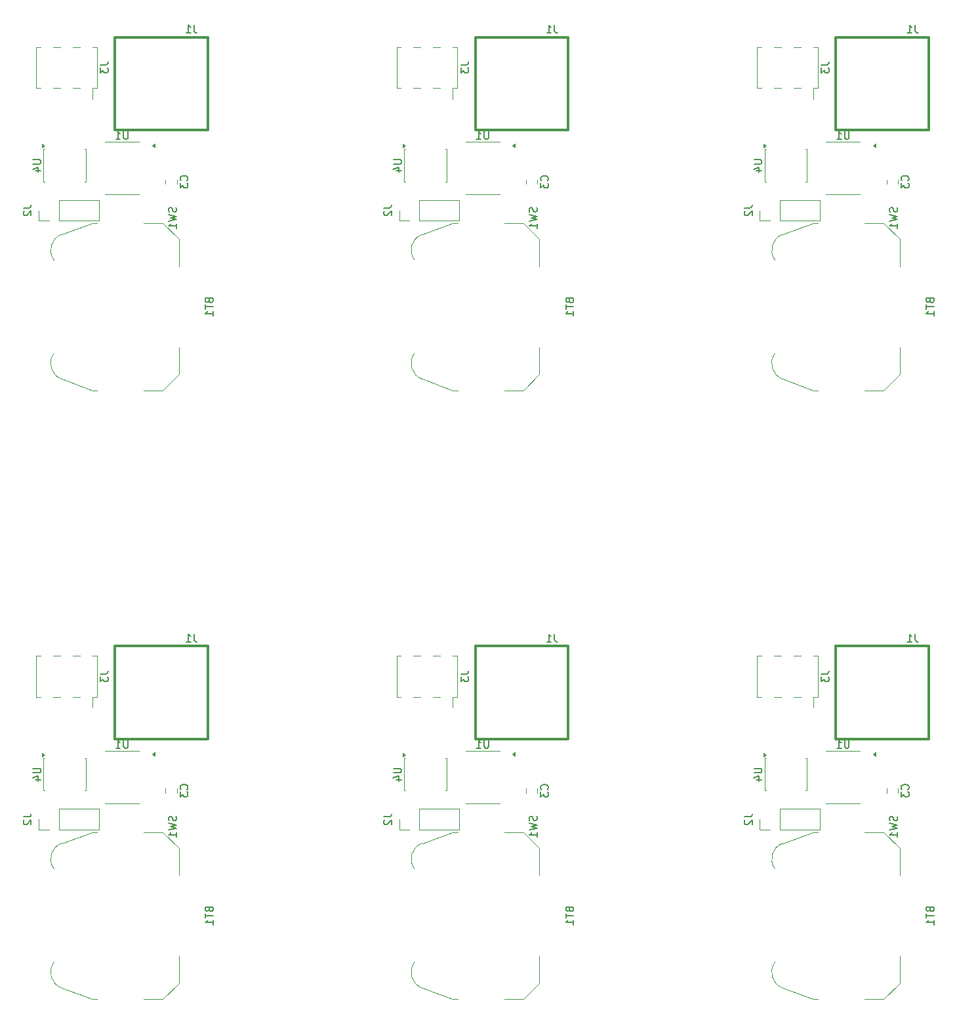
<source format=gbr>
%TF.GenerationSoftware,KiCad,Pcbnew,9.0.3*%
%TF.CreationDate,2025-07-23T15:56:11-05:00*%
%TF.ProjectId,panel,70616e65-6c2e-46b6-9963-61645f706362,rev?*%
%TF.SameCoordinates,Original*%
%TF.FileFunction,Legend,Bot*%
%TF.FilePolarity,Positive*%
%FSLAX46Y46*%
G04 Gerber Fmt 4.6, Leading zero omitted, Abs format (unit mm)*
G04 Created by KiCad (PCBNEW 9.0.3) date 2025-07-23 15:56:11*
%MOMM*%
%LPD*%
G01*
G04 APERTURE LIST*
%ADD10C,0.150000*%
%ADD11C,0.120000*%
%ADD12C,0.304800*%
G04 APERTURE END LIST*
D10*
X110878570Y-164584619D02*
X110926189Y-164727476D01*
X110926189Y-164727476D02*
X110973808Y-164775095D01*
X110973808Y-164775095D02*
X111069046Y-164822714D01*
X111069046Y-164822714D02*
X111211903Y-164822714D01*
X111211903Y-164822714D02*
X111307141Y-164775095D01*
X111307141Y-164775095D02*
X111354761Y-164727476D01*
X111354761Y-164727476D02*
X111402380Y-164632238D01*
X111402380Y-164632238D02*
X111402380Y-164251286D01*
X111402380Y-164251286D02*
X110402380Y-164251286D01*
X110402380Y-164251286D02*
X110402380Y-164584619D01*
X110402380Y-164584619D02*
X110449999Y-164679857D01*
X110449999Y-164679857D02*
X110497618Y-164727476D01*
X110497618Y-164727476D02*
X110592856Y-164775095D01*
X110592856Y-164775095D02*
X110688094Y-164775095D01*
X110688094Y-164775095D02*
X110783332Y-164727476D01*
X110783332Y-164727476D02*
X110830951Y-164679857D01*
X110830951Y-164679857D02*
X110878570Y-164584619D01*
X110878570Y-164584619D02*
X110878570Y-164251286D01*
X110402380Y-165108429D02*
X110402380Y-165679857D01*
X111402380Y-165394143D02*
X110402380Y-165394143D01*
X111402380Y-166537000D02*
X111402380Y-165965572D01*
X111402380Y-166251286D02*
X110402380Y-166251286D01*
X110402380Y-166251286D02*
X110545237Y-166156048D01*
X110545237Y-166156048D02*
X110640475Y-166060810D01*
X110640475Y-166060810D02*
X110688094Y-165965572D01*
X143389706Y-134197000D02*
X144103991Y-134197000D01*
X144103991Y-134197000D02*
X144246848Y-134149381D01*
X144246848Y-134149381D02*
X144342087Y-134054143D01*
X144342087Y-134054143D02*
X144389706Y-133911286D01*
X144389706Y-133911286D02*
X144389706Y-133816048D01*
X143389706Y-134577953D02*
X143389706Y-135197000D01*
X143389706Y-135197000D02*
X143770658Y-134863667D01*
X143770658Y-134863667D02*
X143770658Y-135006524D01*
X143770658Y-135006524D02*
X143818277Y-135101762D01*
X143818277Y-135101762D02*
X143865896Y-135149381D01*
X143865896Y-135149381D02*
X143961134Y-135197000D01*
X143961134Y-135197000D02*
X144199229Y-135197000D01*
X144199229Y-135197000D02*
X144294467Y-135149381D01*
X144294467Y-135149381D02*
X144342087Y-135101762D01*
X144342087Y-135101762D02*
X144389706Y-135006524D01*
X144389706Y-135006524D02*
X144389706Y-134720810D01*
X144389706Y-134720810D02*
X144342087Y-134625572D01*
X144342087Y-134625572D02*
X144294467Y-134577953D01*
X193499117Y-64219722D02*
X193499117Y-65029245D01*
X193499117Y-65029245D02*
X193451498Y-65124483D01*
X193451498Y-65124483D02*
X193403879Y-65172103D01*
X193403879Y-65172103D02*
X193308641Y-65219722D01*
X193308641Y-65219722D02*
X193118165Y-65219722D01*
X193118165Y-65219722D02*
X193022927Y-65172103D01*
X193022927Y-65172103D02*
X192975308Y-65124483D01*
X192975308Y-65124483D02*
X192927689Y-65029245D01*
X192927689Y-65029245D02*
X192927689Y-64219722D01*
X191927689Y-65219722D02*
X192499117Y-65219722D01*
X192213403Y-65219722D02*
X192213403Y-64219722D01*
X192213403Y-64219722D02*
X192308641Y-64362579D01*
X192308641Y-64362579D02*
X192403879Y-64457817D01*
X192403879Y-64457817D02*
X192499117Y-64505436D01*
X157410896Y-164584619D02*
X157458515Y-164727476D01*
X157458515Y-164727476D02*
X157506134Y-164775095D01*
X157506134Y-164775095D02*
X157601372Y-164822714D01*
X157601372Y-164822714D02*
X157744229Y-164822714D01*
X157744229Y-164822714D02*
X157839467Y-164775095D01*
X157839467Y-164775095D02*
X157887087Y-164727476D01*
X157887087Y-164727476D02*
X157934706Y-164632238D01*
X157934706Y-164632238D02*
X157934706Y-164251286D01*
X157934706Y-164251286D02*
X156934706Y-164251286D01*
X156934706Y-164251286D02*
X156934706Y-164584619D01*
X156934706Y-164584619D02*
X156982325Y-164679857D01*
X156982325Y-164679857D02*
X157029944Y-164727476D01*
X157029944Y-164727476D02*
X157125182Y-164775095D01*
X157125182Y-164775095D02*
X157220420Y-164775095D01*
X157220420Y-164775095D02*
X157315658Y-164727476D01*
X157315658Y-164727476D02*
X157363277Y-164679857D01*
X157363277Y-164679857D02*
X157410896Y-164584619D01*
X157410896Y-164584619D02*
X157410896Y-164251286D01*
X156934706Y-165108429D02*
X156934706Y-165679857D01*
X157934706Y-165394143D02*
X156934706Y-165394143D01*
X157934706Y-166537000D02*
X157934706Y-165965572D01*
X157934706Y-166251286D02*
X156934706Y-166251286D01*
X156934706Y-166251286D02*
X157077563Y-166156048D01*
X157077563Y-166156048D02*
X157172801Y-166060810D01*
X157172801Y-166060810D02*
X157220420Y-165965572D01*
X189922032Y-134197000D02*
X190636317Y-134197000D01*
X190636317Y-134197000D02*
X190779174Y-134149381D01*
X190779174Y-134149381D02*
X190874413Y-134054143D01*
X190874413Y-134054143D02*
X190922032Y-133911286D01*
X190922032Y-133911286D02*
X190922032Y-133816048D01*
X189922032Y-134577953D02*
X189922032Y-135197000D01*
X189922032Y-135197000D02*
X190302984Y-134863667D01*
X190302984Y-134863667D02*
X190302984Y-135006524D01*
X190302984Y-135006524D02*
X190350603Y-135101762D01*
X190350603Y-135101762D02*
X190398222Y-135149381D01*
X190398222Y-135149381D02*
X190493460Y-135197000D01*
X190493460Y-135197000D02*
X190731555Y-135197000D01*
X190731555Y-135197000D02*
X190826793Y-135149381D01*
X190826793Y-135149381D02*
X190874413Y-135101762D01*
X190874413Y-135101762D02*
X190922032Y-135006524D01*
X190922032Y-135006524D02*
X190922032Y-134720810D01*
X190922032Y-134720810D02*
X190874413Y-134625572D01*
X190874413Y-134625572D02*
X190826793Y-134577953D01*
X199694413Y-152572001D02*
X199742032Y-152714858D01*
X199742032Y-152714858D02*
X199742032Y-152952953D01*
X199742032Y-152952953D02*
X199694413Y-153048191D01*
X199694413Y-153048191D02*
X199646793Y-153095810D01*
X199646793Y-153095810D02*
X199551555Y-153143429D01*
X199551555Y-153143429D02*
X199456317Y-153143429D01*
X199456317Y-153143429D02*
X199361079Y-153095810D01*
X199361079Y-153095810D02*
X199313460Y-153048191D01*
X199313460Y-153048191D02*
X199265841Y-152952953D01*
X199265841Y-152952953D02*
X199218222Y-152762477D01*
X199218222Y-152762477D02*
X199170603Y-152667239D01*
X199170603Y-152667239D02*
X199122984Y-152619620D01*
X199122984Y-152619620D02*
X199027746Y-152572001D01*
X199027746Y-152572001D02*
X198932508Y-152572001D01*
X198932508Y-152572001D02*
X198837270Y-152619620D01*
X198837270Y-152619620D02*
X198789651Y-152667239D01*
X198789651Y-152667239D02*
X198742032Y-152762477D01*
X198742032Y-152762477D02*
X198742032Y-153000572D01*
X198742032Y-153000572D02*
X198789651Y-153143429D01*
X198742032Y-153476763D02*
X199742032Y-153714858D01*
X199742032Y-153714858D02*
X199027746Y-153905334D01*
X199027746Y-153905334D02*
X199742032Y-154095810D01*
X199742032Y-154095810D02*
X198742032Y-154333906D01*
X199742032Y-155238667D02*
X199742032Y-154667239D01*
X199742032Y-154952953D02*
X198742032Y-154952953D01*
X198742032Y-154952953D02*
X198884889Y-154857715D01*
X198884889Y-154857715D02*
X198980127Y-154762477D01*
X198980127Y-154762477D02*
X199027746Y-154667239D01*
X203943222Y-164584619D02*
X203990841Y-164727476D01*
X203990841Y-164727476D02*
X204038460Y-164775095D01*
X204038460Y-164775095D02*
X204133698Y-164822714D01*
X204133698Y-164822714D02*
X204276555Y-164822714D01*
X204276555Y-164822714D02*
X204371793Y-164775095D01*
X204371793Y-164775095D02*
X204419413Y-164727476D01*
X204419413Y-164727476D02*
X204467032Y-164632238D01*
X204467032Y-164632238D02*
X204467032Y-164251286D01*
X204467032Y-164251286D02*
X203467032Y-164251286D01*
X203467032Y-164251286D02*
X203467032Y-164584619D01*
X203467032Y-164584619D02*
X203514651Y-164679857D01*
X203514651Y-164679857D02*
X203562270Y-164727476D01*
X203562270Y-164727476D02*
X203657508Y-164775095D01*
X203657508Y-164775095D02*
X203752746Y-164775095D01*
X203752746Y-164775095D02*
X203847984Y-164727476D01*
X203847984Y-164727476D02*
X203895603Y-164679857D01*
X203895603Y-164679857D02*
X203943222Y-164584619D01*
X203943222Y-164584619D02*
X203943222Y-164251286D01*
X203467032Y-165108429D02*
X203467032Y-165679857D01*
X204467032Y-165394143D02*
X203467032Y-165394143D01*
X204467032Y-166537000D02*
X204467032Y-165965572D01*
X204467032Y-166251286D02*
X203467032Y-166251286D01*
X203467032Y-166251286D02*
X203609889Y-166156048D01*
X203609889Y-166156048D02*
X203705127Y-166060810D01*
X203705127Y-166060810D02*
X203752746Y-165965572D01*
X100434465Y-142760153D02*
X100434465Y-143569676D01*
X100434465Y-143569676D02*
X100386846Y-143664914D01*
X100386846Y-143664914D02*
X100339227Y-143712534D01*
X100339227Y-143712534D02*
X100243989Y-143760153D01*
X100243989Y-143760153D02*
X100053513Y-143760153D01*
X100053513Y-143760153D02*
X99958275Y-143712534D01*
X99958275Y-143712534D02*
X99910656Y-143664914D01*
X99910656Y-143664914D02*
X99863037Y-143569676D01*
X99863037Y-143569676D02*
X99863037Y-142760153D01*
X98863037Y-143760153D02*
X99434465Y-143760153D01*
X99148751Y-143760153D02*
X99148751Y-142760153D01*
X99148751Y-142760153D02*
X99243989Y-142903010D01*
X99243989Y-142903010D02*
X99339227Y-142998248D01*
X99339227Y-142998248D02*
X99434465Y-143045867D01*
X203943222Y-86044188D02*
X203990841Y-86187045D01*
X203990841Y-86187045D02*
X204038460Y-86234664D01*
X204038460Y-86234664D02*
X204133698Y-86282283D01*
X204133698Y-86282283D02*
X204276555Y-86282283D01*
X204276555Y-86282283D02*
X204371793Y-86234664D01*
X204371793Y-86234664D02*
X204419413Y-86187045D01*
X204419413Y-86187045D02*
X204467032Y-86091807D01*
X204467032Y-86091807D02*
X204467032Y-85710855D01*
X204467032Y-85710855D02*
X203467032Y-85710855D01*
X203467032Y-85710855D02*
X203467032Y-86044188D01*
X203467032Y-86044188D02*
X203514651Y-86139426D01*
X203514651Y-86139426D02*
X203562270Y-86187045D01*
X203562270Y-86187045D02*
X203657508Y-86234664D01*
X203657508Y-86234664D02*
X203752746Y-86234664D01*
X203752746Y-86234664D02*
X203847984Y-86187045D01*
X203847984Y-86187045D02*
X203895603Y-86139426D01*
X203895603Y-86139426D02*
X203943222Y-86044188D01*
X203943222Y-86044188D02*
X203943222Y-85710855D01*
X203467032Y-86567998D02*
X203467032Y-87139426D01*
X204467032Y-86853712D02*
X203467032Y-86853712D01*
X204467032Y-87996569D02*
X204467032Y-87425141D01*
X204467032Y-87710855D02*
X203467032Y-87710855D01*
X203467032Y-87710855D02*
X203609889Y-87615617D01*
X203609889Y-87615617D02*
X203705127Y-87520379D01*
X203705127Y-87520379D02*
X203752746Y-87425141D01*
X88172380Y-67852998D02*
X88981903Y-67852998D01*
X88981903Y-67852998D02*
X89077141Y-67900617D01*
X89077141Y-67900617D02*
X89124761Y-67948236D01*
X89124761Y-67948236D02*
X89172380Y-68043474D01*
X89172380Y-68043474D02*
X89172380Y-68233950D01*
X89172380Y-68233950D02*
X89124761Y-68329188D01*
X89124761Y-68329188D02*
X89077141Y-68376807D01*
X89077141Y-68376807D02*
X88981903Y-68424426D01*
X88981903Y-68424426D02*
X88172380Y-68424426D01*
X88505713Y-69329188D02*
X89172380Y-69329188D01*
X88124761Y-69091093D02*
X88839046Y-68852998D01*
X88839046Y-68852998D02*
X88839046Y-69472045D01*
X179992032Y-74081569D02*
X180706317Y-74081569D01*
X180706317Y-74081569D02*
X180849174Y-74033950D01*
X180849174Y-74033950D02*
X180944413Y-73938712D01*
X180944413Y-73938712D02*
X180992032Y-73795855D01*
X180992032Y-73795855D02*
X180992032Y-73700617D01*
X180087270Y-74510141D02*
X180039651Y-74557760D01*
X180039651Y-74557760D02*
X179992032Y-74652998D01*
X179992032Y-74652998D02*
X179992032Y-74891093D01*
X179992032Y-74891093D02*
X180039651Y-74986331D01*
X180039651Y-74986331D02*
X180087270Y-75033950D01*
X180087270Y-75033950D02*
X180182508Y-75081569D01*
X180182508Y-75081569D02*
X180277746Y-75081569D01*
X180277746Y-75081569D02*
X180420603Y-75033950D01*
X180420603Y-75033950D02*
X180992032Y-74462522D01*
X180992032Y-74462522D02*
X180992032Y-75081569D01*
X155488220Y-129060153D02*
X155488220Y-129774438D01*
X155488220Y-129774438D02*
X155535839Y-129917295D01*
X155535839Y-129917295D02*
X155631077Y-130012534D01*
X155631077Y-130012534D02*
X155773934Y-130060153D01*
X155773934Y-130060153D02*
X155869172Y-130060153D01*
X154488220Y-130060153D02*
X155059648Y-130060153D01*
X154773934Y-130060153D02*
X154773934Y-129060153D01*
X154773934Y-129060153D02*
X154869172Y-129203010D01*
X154869172Y-129203010D02*
X154964410Y-129298248D01*
X154964410Y-129298248D02*
X155059648Y-129345867D01*
X154594467Y-149088667D02*
X154642087Y-149041048D01*
X154642087Y-149041048D02*
X154689706Y-148898191D01*
X154689706Y-148898191D02*
X154689706Y-148802953D01*
X154689706Y-148802953D02*
X154642087Y-148660096D01*
X154642087Y-148660096D02*
X154546848Y-148564858D01*
X154546848Y-148564858D02*
X154451610Y-148517239D01*
X154451610Y-148517239D02*
X154261134Y-148469620D01*
X154261134Y-148469620D02*
X154118277Y-148469620D01*
X154118277Y-148469620D02*
X153927801Y-148517239D01*
X153927801Y-148517239D02*
X153832563Y-148564858D01*
X153832563Y-148564858D02*
X153737325Y-148660096D01*
X153737325Y-148660096D02*
X153689706Y-148802953D01*
X153689706Y-148802953D02*
X153689706Y-148898191D01*
X153689706Y-148898191D02*
X153737325Y-149041048D01*
X153737325Y-149041048D02*
X153784944Y-149088667D01*
X153689706Y-149422001D02*
X153689706Y-150041048D01*
X153689706Y-150041048D02*
X154070658Y-149707715D01*
X154070658Y-149707715D02*
X154070658Y-149850572D01*
X154070658Y-149850572D02*
X154118277Y-149945810D01*
X154118277Y-149945810D02*
X154165896Y-149993429D01*
X154165896Y-149993429D02*
X154261134Y-150041048D01*
X154261134Y-150041048D02*
X154499229Y-150041048D01*
X154499229Y-150041048D02*
X154594467Y-149993429D01*
X154594467Y-149993429D02*
X154642087Y-149945810D01*
X154642087Y-149945810D02*
X154689706Y-149850572D01*
X154689706Y-149850572D02*
X154689706Y-149564858D01*
X154689706Y-149564858D02*
X154642087Y-149469620D01*
X154642087Y-149469620D02*
X154594467Y-149422001D01*
X96857380Y-55656569D02*
X97571665Y-55656569D01*
X97571665Y-55656569D02*
X97714522Y-55608950D01*
X97714522Y-55608950D02*
X97809761Y-55513712D01*
X97809761Y-55513712D02*
X97857380Y-55370855D01*
X97857380Y-55370855D02*
X97857380Y-55275617D01*
X96857380Y-56037522D02*
X96857380Y-56656569D01*
X96857380Y-56656569D02*
X97238332Y-56323236D01*
X97238332Y-56323236D02*
X97238332Y-56466093D01*
X97238332Y-56466093D02*
X97285951Y-56561331D01*
X97285951Y-56561331D02*
X97333570Y-56608950D01*
X97333570Y-56608950D02*
X97428808Y-56656569D01*
X97428808Y-56656569D02*
X97666903Y-56656569D01*
X97666903Y-56656569D02*
X97762141Y-56608950D01*
X97762141Y-56608950D02*
X97809761Y-56561331D01*
X97809761Y-56561331D02*
X97857380Y-56466093D01*
X97857380Y-56466093D02*
X97857380Y-56180379D01*
X97857380Y-56180379D02*
X97809761Y-56085141D01*
X97809761Y-56085141D02*
X97762141Y-56037522D01*
X108955894Y-50519722D02*
X108955894Y-51234007D01*
X108955894Y-51234007D02*
X109003513Y-51376864D01*
X109003513Y-51376864D02*
X109098751Y-51472103D01*
X109098751Y-51472103D02*
X109241608Y-51519722D01*
X109241608Y-51519722D02*
X109336846Y-51519722D01*
X107955894Y-51519722D02*
X108527322Y-51519722D01*
X108241608Y-51519722D02*
X108241608Y-50519722D01*
X108241608Y-50519722D02*
X108336846Y-50662579D01*
X108336846Y-50662579D02*
X108432084Y-50757817D01*
X108432084Y-50757817D02*
X108527322Y-50805436D01*
X108955894Y-129060153D02*
X108955894Y-129774438D01*
X108955894Y-129774438D02*
X109003513Y-129917295D01*
X109003513Y-129917295D02*
X109098751Y-130012534D01*
X109098751Y-130012534D02*
X109241608Y-130060153D01*
X109241608Y-130060153D02*
X109336846Y-130060153D01*
X107955894Y-130060153D02*
X108527322Y-130060153D01*
X108241608Y-130060153D02*
X108241608Y-129060153D01*
X108241608Y-129060153D02*
X108336846Y-129203010D01*
X108336846Y-129203010D02*
X108432084Y-129298248D01*
X108432084Y-129298248D02*
X108527322Y-129345867D01*
X153162087Y-74031570D02*
X153209706Y-74174427D01*
X153209706Y-74174427D02*
X153209706Y-74412522D01*
X153209706Y-74412522D02*
X153162087Y-74507760D01*
X153162087Y-74507760D02*
X153114467Y-74555379D01*
X153114467Y-74555379D02*
X153019229Y-74602998D01*
X153019229Y-74602998D02*
X152923991Y-74602998D01*
X152923991Y-74602998D02*
X152828753Y-74555379D01*
X152828753Y-74555379D02*
X152781134Y-74507760D01*
X152781134Y-74507760D02*
X152733515Y-74412522D01*
X152733515Y-74412522D02*
X152685896Y-74222046D01*
X152685896Y-74222046D02*
X152638277Y-74126808D01*
X152638277Y-74126808D02*
X152590658Y-74079189D01*
X152590658Y-74079189D02*
X152495420Y-74031570D01*
X152495420Y-74031570D02*
X152400182Y-74031570D01*
X152400182Y-74031570D02*
X152304944Y-74079189D01*
X152304944Y-74079189D02*
X152257325Y-74126808D01*
X152257325Y-74126808D02*
X152209706Y-74222046D01*
X152209706Y-74222046D02*
X152209706Y-74460141D01*
X152209706Y-74460141D02*
X152257325Y-74602998D01*
X152209706Y-74936332D02*
X153209706Y-75174427D01*
X153209706Y-75174427D02*
X152495420Y-75364903D01*
X152495420Y-75364903D02*
X153209706Y-75555379D01*
X153209706Y-75555379D02*
X152209706Y-75793475D01*
X153209706Y-76698236D02*
X153209706Y-76126808D01*
X153209706Y-76412522D02*
X152209706Y-76412522D01*
X152209706Y-76412522D02*
X152352563Y-76317284D01*
X152352563Y-76317284D02*
X152447801Y-76222046D01*
X152447801Y-76222046D02*
X152495420Y-76126808D01*
X201126793Y-149088667D02*
X201174413Y-149041048D01*
X201174413Y-149041048D02*
X201222032Y-148898191D01*
X201222032Y-148898191D02*
X201222032Y-148802953D01*
X201222032Y-148802953D02*
X201174413Y-148660096D01*
X201174413Y-148660096D02*
X201079174Y-148564858D01*
X201079174Y-148564858D02*
X200983936Y-148517239D01*
X200983936Y-148517239D02*
X200793460Y-148469620D01*
X200793460Y-148469620D02*
X200650603Y-148469620D01*
X200650603Y-148469620D02*
X200460127Y-148517239D01*
X200460127Y-148517239D02*
X200364889Y-148564858D01*
X200364889Y-148564858D02*
X200269651Y-148660096D01*
X200269651Y-148660096D02*
X200222032Y-148802953D01*
X200222032Y-148802953D02*
X200222032Y-148898191D01*
X200222032Y-148898191D02*
X200269651Y-149041048D01*
X200269651Y-149041048D02*
X200317270Y-149088667D01*
X200222032Y-149422001D02*
X200222032Y-150041048D01*
X200222032Y-150041048D02*
X200602984Y-149707715D01*
X200602984Y-149707715D02*
X200602984Y-149850572D01*
X200602984Y-149850572D02*
X200650603Y-149945810D01*
X200650603Y-149945810D02*
X200698222Y-149993429D01*
X200698222Y-149993429D02*
X200793460Y-150041048D01*
X200793460Y-150041048D02*
X201031555Y-150041048D01*
X201031555Y-150041048D02*
X201126793Y-149993429D01*
X201126793Y-149993429D02*
X201174413Y-149945810D01*
X201174413Y-149945810D02*
X201222032Y-149850572D01*
X201222032Y-149850572D02*
X201222032Y-149564858D01*
X201222032Y-149564858D02*
X201174413Y-149469620D01*
X201174413Y-149469620D02*
X201126793Y-149422001D01*
X155488220Y-50519722D02*
X155488220Y-51234007D01*
X155488220Y-51234007D02*
X155535839Y-51376864D01*
X155535839Y-51376864D02*
X155631077Y-51472103D01*
X155631077Y-51472103D02*
X155773934Y-51519722D01*
X155773934Y-51519722D02*
X155869172Y-51519722D01*
X154488220Y-51519722D02*
X155059648Y-51519722D01*
X154773934Y-51519722D02*
X154773934Y-50519722D01*
X154773934Y-50519722D02*
X154869172Y-50662579D01*
X154869172Y-50662579D02*
X154964410Y-50757817D01*
X154964410Y-50757817D02*
X155059648Y-50805436D01*
X108062141Y-149088667D02*
X108109761Y-149041048D01*
X108109761Y-149041048D02*
X108157380Y-148898191D01*
X108157380Y-148898191D02*
X108157380Y-148802953D01*
X108157380Y-148802953D02*
X108109761Y-148660096D01*
X108109761Y-148660096D02*
X108014522Y-148564858D01*
X108014522Y-148564858D02*
X107919284Y-148517239D01*
X107919284Y-148517239D02*
X107728808Y-148469620D01*
X107728808Y-148469620D02*
X107585951Y-148469620D01*
X107585951Y-148469620D02*
X107395475Y-148517239D01*
X107395475Y-148517239D02*
X107300237Y-148564858D01*
X107300237Y-148564858D02*
X107204999Y-148660096D01*
X107204999Y-148660096D02*
X107157380Y-148802953D01*
X107157380Y-148802953D02*
X107157380Y-148898191D01*
X107157380Y-148898191D02*
X107204999Y-149041048D01*
X107204999Y-149041048D02*
X107252618Y-149088667D01*
X107157380Y-149422001D02*
X107157380Y-150041048D01*
X107157380Y-150041048D02*
X107538332Y-149707715D01*
X107538332Y-149707715D02*
X107538332Y-149850572D01*
X107538332Y-149850572D02*
X107585951Y-149945810D01*
X107585951Y-149945810D02*
X107633570Y-149993429D01*
X107633570Y-149993429D02*
X107728808Y-150041048D01*
X107728808Y-150041048D02*
X107966903Y-150041048D01*
X107966903Y-150041048D02*
X108062141Y-149993429D01*
X108062141Y-149993429D02*
X108109761Y-149945810D01*
X108109761Y-149945810D02*
X108157380Y-149850572D01*
X108157380Y-149850572D02*
X108157380Y-149564858D01*
X108157380Y-149564858D02*
X108109761Y-149469620D01*
X108109761Y-149469620D02*
X108062141Y-149422001D01*
X100434465Y-64219722D02*
X100434465Y-65029245D01*
X100434465Y-65029245D02*
X100386846Y-65124483D01*
X100386846Y-65124483D02*
X100339227Y-65172103D01*
X100339227Y-65172103D02*
X100243989Y-65219722D01*
X100243989Y-65219722D02*
X100053513Y-65219722D01*
X100053513Y-65219722D02*
X99958275Y-65172103D01*
X99958275Y-65172103D02*
X99910656Y-65124483D01*
X99910656Y-65124483D02*
X99863037Y-65029245D01*
X99863037Y-65029245D02*
X99863037Y-64219722D01*
X98863037Y-65219722D02*
X99434465Y-65219722D01*
X99148751Y-65219722D02*
X99148751Y-64219722D01*
X99148751Y-64219722D02*
X99243989Y-64362579D01*
X99243989Y-64362579D02*
X99339227Y-64457817D01*
X99339227Y-64457817D02*
X99434465Y-64505436D01*
X133459706Y-74081569D02*
X134173991Y-74081569D01*
X134173991Y-74081569D02*
X134316848Y-74033950D01*
X134316848Y-74033950D02*
X134412087Y-73938712D01*
X134412087Y-73938712D02*
X134459706Y-73795855D01*
X134459706Y-73795855D02*
X134459706Y-73700617D01*
X133554944Y-74510141D02*
X133507325Y-74557760D01*
X133507325Y-74557760D02*
X133459706Y-74652998D01*
X133459706Y-74652998D02*
X133459706Y-74891093D01*
X133459706Y-74891093D02*
X133507325Y-74986331D01*
X133507325Y-74986331D02*
X133554944Y-75033950D01*
X133554944Y-75033950D02*
X133650182Y-75081569D01*
X133650182Y-75081569D02*
X133745420Y-75081569D01*
X133745420Y-75081569D02*
X133888277Y-75033950D01*
X133888277Y-75033950D02*
X134459706Y-74462522D01*
X134459706Y-74462522D02*
X134459706Y-75081569D01*
X154594467Y-70548236D02*
X154642087Y-70500617D01*
X154642087Y-70500617D02*
X154689706Y-70357760D01*
X154689706Y-70357760D02*
X154689706Y-70262522D01*
X154689706Y-70262522D02*
X154642087Y-70119665D01*
X154642087Y-70119665D02*
X154546848Y-70024427D01*
X154546848Y-70024427D02*
X154451610Y-69976808D01*
X154451610Y-69976808D02*
X154261134Y-69929189D01*
X154261134Y-69929189D02*
X154118277Y-69929189D01*
X154118277Y-69929189D02*
X153927801Y-69976808D01*
X153927801Y-69976808D02*
X153832563Y-70024427D01*
X153832563Y-70024427D02*
X153737325Y-70119665D01*
X153737325Y-70119665D02*
X153689706Y-70262522D01*
X153689706Y-70262522D02*
X153689706Y-70357760D01*
X153689706Y-70357760D02*
X153737325Y-70500617D01*
X153737325Y-70500617D02*
X153784944Y-70548236D01*
X153689706Y-70881570D02*
X153689706Y-71500617D01*
X153689706Y-71500617D02*
X154070658Y-71167284D01*
X154070658Y-71167284D02*
X154070658Y-71310141D01*
X154070658Y-71310141D02*
X154118277Y-71405379D01*
X154118277Y-71405379D02*
X154165896Y-71452998D01*
X154165896Y-71452998D02*
X154261134Y-71500617D01*
X154261134Y-71500617D02*
X154499229Y-71500617D01*
X154499229Y-71500617D02*
X154594467Y-71452998D01*
X154594467Y-71452998D02*
X154642087Y-71405379D01*
X154642087Y-71405379D02*
X154689706Y-71310141D01*
X154689706Y-71310141D02*
X154689706Y-71024427D01*
X154689706Y-71024427D02*
X154642087Y-70929189D01*
X154642087Y-70929189D02*
X154594467Y-70881570D01*
X189922032Y-55656569D02*
X190636317Y-55656569D01*
X190636317Y-55656569D02*
X190779174Y-55608950D01*
X190779174Y-55608950D02*
X190874413Y-55513712D01*
X190874413Y-55513712D02*
X190922032Y-55370855D01*
X190922032Y-55370855D02*
X190922032Y-55275617D01*
X189922032Y-56037522D02*
X189922032Y-56656569D01*
X189922032Y-56656569D02*
X190302984Y-56323236D01*
X190302984Y-56323236D02*
X190302984Y-56466093D01*
X190302984Y-56466093D02*
X190350603Y-56561331D01*
X190350603Y-56561331D02*
X190398222Y-56608950D01*
X190398222Y-56608950D02*
X190493460Y-56656569D01*
X190493460Y-56656569D02*
X190731555Y-56656569D01*
X190731555Y-56656569D02*
X190826793Y-56608950D01*
X190826793Y-56608950D02*
X190874413Y-56561331D01*
X190874413Y-56561331D02*
X190922032Y-56466093D01*
X190922032Y-56466093D02*
X190922032Y-56180379D01*
X190922032Y-56180379D02*
X190874413Y-56085141D01*
X190874413Y-56085141D02*
X190826793Y-56037522D01*
X110878570Y-86044188D02*
X110926189Y-86187045D01*
X110926189Y-86187045D02*
X110973808Y-86234664D01*
X110973808Y-86234664D02*
X111069046Y-86282283D01*
X111069046Y-86282283D02*
X111211903Y-86282283D01*
X111211903Y-86282283D02*
X111307141Y-86234664D01*
X111307141Y-86234664D02*
X111354761Y-86187045D01*
X111354761Y-86187045D02*
X111402380Y-86091807D01*
X111402380Y-86091807D02*
X111402380Y-85710855D01*
X111402380Y-85710855D02*
X110402380Y-85710855D01*
X110402380Y-85710855D02*
X110402380Y-86044188D01*
X110402380Y-86044188D02*
X110449999Y-86139426D01*
X110449999Y-86139426D02*
X110497618Y-86187045D01*
X110497618Y-86187045D02*
X110592856Y-86234664D01*
X110592856Y-86234664D02*
X110688094Y-86234664D01*
X110688094Y-86234664D02*
X110783332Y-86187045D01*
X110783332Y-86187045D02*
X110830951Y-86139426D01*
X110830951Y-86139426D02*
X110878570Y-86044188D01*
X110878570Y-86044188D02*
X110878570Y-85710855D01*
X110402380Y-86567998D02*
X110402380Y-87139426D01*
X111402380Y-86853712D02*
X110402380Y-86853712D01*
X111402380Y-87996569D02*
X111402380Y-87425141D01*
X111402380Y-87710855D02*
X110402380Y-87710855D01*
X110402380Y-87710855D02*
X110545237Y-87615617D01*
X110545237Y-87615617D02*
X110640475Y-87520379D01*
X110640475Y-87520379D02*
X110688094Y-87425141D01*
X146966791Y-64219722D02*
X146966791Y-65029245D01*
X146966791Y-65029245D02*
X146919172Y-65124483D01*
X146919172Y-65124483D02*
X146871553Y-65172103D01*
X146871553Y-65172103D02*
X146776315Y-65219722D01*
X146776315Y-65219722D02*
X146585839Y-65219722D01*
X146585839Y-65219722D02*
X146490601Y-65172103D01*
X146490601Y-65172103D02*
X146442982Y-65124483D01*
X146442982Y-65124483D02*
X146395363Y-65029245D01*
X146395363Y-65029245D02*
X146395363Y-64219722D01*
X145395363Y-65219722D02*
X145966791Y-65219722D01*
X145681077Y-65219722D02*
X145681077Y-64219722D01*
X145681077Y-64219722D02*
X145776315Y-64362579D01*
X145776315Y-64362579D02*
X145871553Y-64457817D01*
X145871553Y-64457817D02*
X145966791Y-64505436D01*
X133459706Y-152622000D02*
X134173991Y-152622000D01*
X134173991Y-152622000D02*
X134316848Y-152574381D01*
X134316848Y-152574381D02*
X134412087Y-152479143D01*
X134412087Y-152479143D02*
X134459706Y-152336286D01*
X134459706Y-152336286D02*
X134459706Y-152241048D01*
X133554944Y-153050572D02*
X133507325Y-153098191D01*
X133507325Y-153098191D02*
X133459706Y-153193429D01*
X133459706Y-153193429D02*
X133459706Y-153431524D01*
X133459706Y-153431524D02*
X133507325Y-153526762D01*
X133507325Y-153526762D02*
X133554944Y-153574381D01*
X133554944Y-153574381D02*
X133650182Y-153622000D01*
X133650182Y-153622000D02*
X133745420Y-153622000D01*
X133745420Y-153622000D02*
X133888277Y-153574381D01*
X133888277Y-153574381D02*
X134459706Y-153002953D01*
X134459706Y-153002953D02*
X134459706Y-153622000D01*
X179992032Y-152622000D02*
X180706317Y-152622000D01*
X180706317Y-152622000D02*
X180849174Y-152574381D01*
X180849174Y-152574381D02*
X180944413Y-152479143D01*
X180944413Y-152479143D02*
X180992032Y-152336286D01*
X180992032Y-152336286D02*
X180992032Y-152241048D01*
X180087270Y-153050572D02*
X180039651Y-153098191D01*
X180039651Y-153098191D02*
X179992032Y-153193429D01*
X179992032Y-153193429D02*
X179992032Y-153431524D01*
X179992032Y-153431524D02*
X180039651Y-153526762D01*
X180039651Y-153526762D02*
X180087270Y-153574381D01*
X180087270Y-153574381D02*
X180182508Y-153622000D01*
X180182508Y-153622000D02*
X180277746Y-153622000D01*
X180277746Y-153622000D02*
X180420603Y-153574381D01*
X180420603Y-153574381D02*
X180992032Y-153002953D01*
X180992032Y-153002953D02*
X180992032Y-153622000D01*
X108062141Y-70548236D02*
X108109761Y-70500617D01*
X108109761Y-70500617D02*
X108157380Y-70357760D01*
X108157380Y-70357760D02*
X108157380Y-70262522D01*
X108157380Y-70262522D02*
X108109761Y-70119665D01*
X108109761Y-70119665D02*
X108014522Y-70024427D01*
X108014522Y-70024427D02*
X107919284Y-69976808D01*
X107919284Y-69976808D02*
X107728808Y-69929189D01*
X107728808Y-69929189D02*
X107585951Y-69929189D01*
X107585951Y-69929189D02*
X107395475Y-69976808D01*
X107395475Y-69976808D02*
X107300237Y-70024427D01*
X107300237Y-70024427D02*
X107204999Y-70119665D01*
X107204999Y-70119665D02*
X107157380Y-70262522D01*
X107157380Y-70262522D02*
X107157380Y-70357760D01*
X107157380Y-70357760D02*
X107204999Y-70500617D01*
X107204999Y-70500617D02*
X107252618Y-70548236D01*
X107157380Y-70881570D02*
X107157380Y-71500617D01*
X107157380Y-71500617D02*
X107538332Y-71167284D01*
X107538332Y-71167284D02*
X107538332Y-71310141D01*
X107538332Y-71310141D02*
X107585951Y-71405379D01*
X107585951Y-71405379D02*
X107633570Y-71452998D01*
X107633570Y-71452998D02*
X107728808Y-71500617D01*
X107728808Y-71500617D02*
X107966903Y-71500617D01*
X107966903Y-71500617D02*
X108062141Y-71452998D01*
X108062141Y-71452998D02*
X108109761Y-71405379D01*
X108109761Y-71405379D02*
X108157380Y-71310141D01*
X108157380Y-71310141D02*
X108157380Y-71024427D01*
X108157380Y-71024427D02*
X108109761Y-70929189D01*
X108109761Y-70929189D02*
X108062141Y-70881570D01*
X157410896Y-86044188D02*
X157458515Y-86187045D01*
X157458515Y-86187045D02*
X157506134Y-86234664D01*
X157506134Y-86234664D02*
X157601372Y-86282283D01*
X157601372Y-86282283D02*
X157744229Y-86282283D01*
X157744229Y-86282283D02*
X157839467Y-86234664D01*
X157839467Y-86234664D02*
X157887087Y-86187045D01*
X157887087Y-86187045D02*
X157934706Y-86091807D01*
X157934706Y-86091807D02*
X157934706Y-85710855D01*
X157934706Y-85710855D02*
X156934706Y-85710855D01*
X156934706Y-85710855D02*
X156934706Y-86044188D01*
X156934706Y-86044188D02*
X156982325Y-86139426D01*
X156982325Y-86139426D02*
X157029944Y-86187045D01*
X157029944Y-86187045D02*
X157125182Y-86234664D01*
X157125182Y-86234664D02*
X157220420Y-86234664D01*
X157220420Y-86234664D02*
X157315658Y-86187045D01*
X157315658Y-86187045D02*
X157363277Y-86139426D01*
X157363277Y-86139426D02*
X157410896Y-86044188D01*
X157410896Y-86044188D02*
X157410896Y-85710855D01*
X156934706Y-86567998D02*
X156934706Y-87139426D01*
X157934706Y-86853712D02*
X156934706Y-86853712D01*
X157934706Y-87996569D02*
X157934706Y-87425141D01*
X157934706Y-87710855D02*
X156934706Y-87710855D01*
X156934706Y-87710855D02*
X157077563Y-87615617D01*
X157077563Y-87615617D02*
X157172801Y-87520379D01*
X157172801Y-87520379D02*
X157220420Y-87425141D01*
X86927380Y-74081569D02*
X87641665Y-74081569D01*
X87641665Y-74081569D02*
X87784522Y-74033950D01*
X87784522Y-74033950D02*
X87879761Y-73938712D01*
X87879761Y-73938712D02*
X87927380Y-73795855D01*
X87927380Y-73795855D02*
X87927380Y-73700617D01*
X87022618Y-74510141D02*
X86974999Y-74557760D01*
X86974999Y-74557760D02*
X86927380Y-74652998D01*
X86927380Y-74652998D02*
X86927380Y-74891093D01*
X86927380Y-74891093D02*
X86974999Y-74986331D01*
X86974999Y-74986331D02*
X87022618Y-75033950D01*
X87022618Y-75033950D02*
X87117856Y-75081569D01*
X87117856Y-75081569D02*
X87213094Y-75081569D01*
X87213094Y-75081569D02*
X87355951Y-75033950D01*
X87355951Y-75033950D02*
X87927380Y-74462522D01*
X87927380Y-74462522D02*
X87927380Y-75081569D01*
X153162087Y-152572001D02*
X153209706Y-152714858D01*
X153209706Y-152714858D02*
X153209706Y-152952953D01*
X153209706Y-152952953D02*
X153162087Y-153048191D01*
X153162087Y-153048191D02*
X153114467Y-153095810D01*
X153114467Y-153095810D02*
X153019229Y-153143429D01*
X153019229Y-153143429D02*
X152923991Y-153143429D01*
X152923991Y-153143429D02*
X152828753Y-153095810D01*
X152828753Y-153095810D02*
X152781134Y-153048191D01*
X152781134Y-153048191D02*
X152733515Y-152952953D01*
X152733515Y-152952953D02*
X152685896Y-152762477D01*
X152685896Y-152762477D02*
X152638277Y-152667239D01*
X152638277Y-152667239D02*
X152590658Y-152619620D01*
X152590658Y-152619620D02*
X152495420Y-152572001D01*
X152495420Y-152572001D02*
X152400182Y-152572001D01*
X152400182Y-152572001D02*
X152304944Y-152619620D01*
X152304944Y-152619620D02*
X152257325Y-152667239D01*
X152257325Y-152667239D02*
X152209706Y-152762477D01*
X152209706Y-152762477D02*
X152209706Y-153000572D01*
X152209706Y-153000572D02*
X152257325Y-153143429D01*
X152209706Y-153476763D02*
X153209706Y-153714858D01*
X153209706Y-153714858D02*
X152495420Y-153905334D01*
X152495420Y-153905334D02*
X153209706Y-154095810D01*
X153209706Y-154095810D02*
X152209706Y-154333906D01*
X153209706Y-155238667D02*
X153209706Y-154667239D01*
X153209706Y-154952953D02*
X152209706Y-154952953D01*
X152209706Y-154952953D02*
X152352563Y-154857715D01*
X152352563Y-154857715D02*
X152447801Y-154762477D01*
X152447801Y-154762477D02*
X152495420Y-154667239D01*
X143389706Y-55656569D02*
X144103991Y-55656569D01*
X144103991Y-55656569D02*
X144246848Y-55608950D01*
X144246848Y-55608950D02*
X144342087Y-55513712D01*
X144342087Y-55513712D02*
X144389706Y-55370855D01*
X144389706Y-55370855D02*
X144389706Y-55275617D01*
X143389706Y-56037522D02*
X143389706Y-56656569D01*
X143389706Y-56656569D02*
X143770658Y-56323236D01*
X143770658Y-56323236D02*
X143770658Y-56466093D01*
X143770658Y-56466093D02*
X143818277Y-56561331D01*
X143818277Y-56561331D02*
X143865896Y-56608950D01*
X143865896Y-56608950D02*
X143961134Y-56656569D01*
X143961134Y-56656569D02*
X144199229Y-56656569D01*
X144199229Y-56656569D02*
X144294467Y-56608950D01*
X144294467Y-56608950D02*
X144342087Y-56561331D01*
X144342087Y-56561331D02*
X144389706Y-56466093D01*
X144389706Y-56466093D02*
X144389706Y-56180379D01*
X144389706Y-56180379D02*
X144342087Y-56085141D01*
X144342087Y-56085141D02*
X144294467Y-56037522D01*
X202020546Y-129060153D02*
X202020546Y-129774438D01*
X202020546Y-129774438D02*
X202068165Y-129917295D01*
X202068165Y-129917295D02*
X202163403Y-130012534D01*
X202163403Y-130012534D02*
X202306260Y-130060153D01*
X202306260Y-130060153D02*
X202401498Y-130060153D01*
X201020546Y-130060153D02*
X201591974Y-130060153D01*
X201306260Y-130060153D02*
X201306260Y-129060153D01*
X201306260Y-129060153D02*
X201401498Y-129203010D01*
X201401498Y-129203010D02*
X201496736Y-129298248D01*
X201496736Y-129298248D02*
X201591974Y-129345867D01*
X193499117Y-142760153D02*
X193499117Y-143569676D01*
X193499117Y-143569676D02*
X193451498Y-143664914D01*
X193451498Y-143664914D02*
X193403879Y-143712534D01*
X193403879Y-143712534D02*
X193308641Y-143760153D01*
X193308641Y-143760153D02*
X193118165Y-143760153D01*
X193118165Y-143760153D02*
X193022927Y-143712534D01*
X193022927Y-143712534D02*
X192975308Y-143664914D01*
X192975308Y-143664914D02*
X192927689Y-143569676D01*
X192927689Y-143569676D02*
X192927689Y-142760153D01*
X191927689Y-143760153D02*
X192499117Y-143760153D01*
X192213403Y-143760153D02*
X192213403Y-142760153D01*
X192213403Y-142760153D02*
X192308641Y-142903010D01*
X192308641Y-142903010D02*
X192403879Y-142998248D01*
X192403879Y-142998248D02*
X192499117Y-143045867D01*
X134704706Y-67852998D02*
X135514229Y-67852998D01*
X135514229Y-67852998D02*
X135609467Y-67900617D01*
X135609467Y-67900617D02*
X135657087Y-67948236D01*
X135657087Y-67948236D02*
X135704706Y-68043474D01*
X135704706Y-68043474D02*
X135704706Y-68233950D01*
X135704706Y-68233950D02*
X135657087Y-68329188D01*
X135657087Y-68329188D02*
X135609467Y-68376807D01*
X135609467Y-68376807D02*
X135514229Y-68424426D01*
X135514229Y-68424426D02*
X134704706Y-68424426D01*
X135038039Y-69329188D02*
X135704706Y-69329188D01*
X134657087Y-69091093D02*
X135371372Y-68852998D01*
X135371372Y-68852998D02*
X135371372Y-69472045D01*
X86927380Y-152622000D02*
X87641665Y-152622000D01*
X87641665Y-152622000D02*
X87784522Y-152574381D01*
X87784522Y-152574381D02*
X87879761Y-152479143D01*
X87879761Y-152479143D02*
X87927380Y-152336286D01*
X87927380Y-152336286D02*
X87927380Y-152241048D01*
X87022618Y-153050572D02*
X86974999Y-153098191D01*
X86974999Y-153098191D02*
X86927380Y-153193429D01*
X86927380Y-153193429D02*
X86927380Y-153431524D01*
X86927380Y-153431524D02*
X86974999Y-153526762D01*
X86974999Y-153526762D02*
X87022618Y-153574381D01*
X87022618Y-153574381D02*
X87117856Y-153622000D01*
X87117856Y-153622000D02*
X87213094Y-153622000D01*
X87213094Y-153622000D02*
X87355951Y-153574381D01*
X87355951Y-153574381D02*
X87927380Y-153002953D01*
X87927380Y-153002953D02*
X87927380Y-153622000D01*
X88172380Y-146393429D02*
X88981903Y-146393429D01*
X88981903Y-146393429D02*
X89077141Y-146441048D01*
X89077141Y-146441048D02*
X89124761Y-146488667D01*
X89124761Y-146488667D02*
X89172380Y-146583905D01*
X89172380Y-146583905D02*
X89172380Y-146774381D01*
X89172380Y-146774381D02*
X89124761Y-146869619D01*
X89124761Y-146869619D02*
X89077141Y-146917238D01*
X89077141Y-146917238D02*
X88981903Y-146964857D01*
X88981903Y-146964857D02*
X88172380Y-146964857D01*
X88505713Y-147869619D02*
X89172380Y-147869619D01*
X88124761Y-147631524D02*
X88839046Y-147393429D01*
X88839046Y-147393429D02*
X88839046Y-148012476D01*
X199694413Y-74031570D02*
X199742032Y-74174427D01*
X199742032Y-74174427D02*
X199742032Y-74412522D01*
X199742032Y-74412522D02*
X199694413Y-74507760D01*
X199694413Y-74507760D02*
X199646793Y-74555379D01*
X199646793Y-74555379D02*
X199551555Y-74602998D01*
X199551555Y-74602998D02*
X199456317Y-74602998D01*
X199456317Y-74602998D02*
X199361079Y-74555379D01*
X199361079Y-74555379D02*
X199313460Y-74507760D01*
X199313460Y-74507760D02*
X199265841Y-74412522D01*
X199265841Y-74412522D02*
X199218222Y-74222046D01*
X199218222Y-74222046D02*
X199170603Y-74126808D01*
X199170603Y-74126808D02*
X199122984Y-74079189D01*
X199122984Y-74079189D02*
X199027746Y-74031570D01*
X199027746Y-74031570D02*
X198932508Y-74031570D01*
X198932508Y-74031570D02*
X198837270Y-74079189D01*
X198837270Y-74079189D02*
X198789651Y-74126808D01*
X198789651Y-74126808D02*
X198742032Y-74222046D01*
X198742032Y-74222046D02*
X198742032Y-74460141D01*
X198742032Y-74460141D02*
X198789651Y-74602998D01*
X198742032Y-74936332D02*
X199742032Y-75174427D01*
X199742032Y-75174427D02*
X199027746Y-75364903D01*
X199027746Y-75364903D02*
X199742032Y-75555379D01*
X199742032Y-75555379D02*
X198742032Y-75793475D01*
X199742032Y-76698236D02*
X199742032Y-76126808D01*
X199742032Y-76412522D02*
X198742032Y-76412522D01*
X198742032Y-76412522D02*
X198884889Y-76317284D01*
X198884889Y-76317284D02*
X198980127Y-76222046D01*
X198980127Y-76222046D02*
X199027746Y-76126808D01*
X106629761Y-74031570D02*
X106677380Y-74174427D01*
X106677380Y-74174427D02*
X106677380Y-74412522D01*
X106677380Y-74412522D02*
X106629761Y-74507760D01*
X106629761Y-74507760D02*
X106582141Y-74555379D01*
X106582141Y-74555379D02*
X106486903Y-74602998D01*
X106486903Y-74602998D02*
X106391665Y-74602998D01*
X106391665Y-74602998D02*
X106296427Y-74555379D01*
X106296427Y-74555379D02*
X106248808Y-74507760D01*
X106248808Y-74507760D02*
X106201189Y-74412522D01*
X106201189Y-74412522D02*
X106153570Y-74222046D01*
X106153570Y-74222046D02*
X106105951Y-74126808D01*
X106105951Y-74126808D02*
X106058332Y-74079189D01*
X106058332Y-74079189D02*
X105963094Y-74031570D01*
X105963094Y-74031570D02*
X105867856Y-74031570D01*
X105867856Y-74031570D02*
X105772618Y-74079189D01*
X105772618Y-74079189D02*
X105724999Y-74126808D01*
X105724999Y-74126808D02*
X105677380Y-74222046D01*
X105677380Y-74222046D02*
X105677380Y-74460141D01*
X105677380Y-74460141D02*
X105724999Y-74602998D01*
X105677380Y-74936332D02*
X106677380Y-75174427D01*
X106677380Y-75174427D02*
X105963094Y-75364903D01*
X105963094Y-75364903D02*
X106677380Y-75555379D01*
X106677380Y-75555379D02*
X105677380Y-75793475D01*
X106677380Y-76698236D02*
X106677380Y-76126808D01*
X106677380Y-76412522D02*
X105677380Y-76412522D01*
X105677380Y-76412522D02*
X105820237Y-76317284D01*
X105820237Y-76317284D02*
X105915475Y-76222046D01*
X105915475Y-76222046D02*
X105963094Y-76126808D01*
X201126793Y-70548236D02*
X201174413Y-70500617D01*
X201174413Y-70500617D02*
X201222032Y-70357760D01*
X201222032Y-70357760D02*
X201222032Y-70262522D01*
X201222032Y-70262522D02*
X201174413Y-70119665D01*
X201174413Y-70119665D02*
X201079174Y-70024427D01*
X201079174Y-70024427D02*
X200983936Y-69976808D01*
X200983936Y-69976808D02*
X200793460Y-69929189D01*
X200793460Y-69929189D02*
X200650603Y-69929189D01*
X200650603Y-69929189D02*
X200460127Y-69976808D01*
X200460127Y-69976808D02*
X200364889Y-70024427D01*
X200364889Y-70024427D02*
X200269651Y-70119665D01*
X200269651Y-70119665D02*
X200222032Y-70262522D01*
X200222032Y-70262522D02*
X200222032Y-70357760D01*
X200222032Y-70357760D02*
X200269651Y-70500617D01*
X200269651Y-70500617D02*
X200317270Y-70548236D01*
X200222032Y-70881570D02*
X200222032Y-71500617D01*
X200222032Y-71500617D02*
X200602984Y-71167284D01*
X200602984Y-71167284D02*
X200602984Y-71310141D01*
X200602984Y-71310141D02*
X200650603Y-71405379D01*
X200650603Y-71405379D02*
X200698222Y-71452998D01*
X200698222Y-71452998D02*
X200793460Y-71500617D01*
X200793460Y-71500617D02*
X201031555Y-71500617D01*
X201031555Y-71500617D02*
X201126793Y-71452998D01*
X201126793Y-71452998D02*
X201174413Y-71405379D01*
X201174413Y-71405379D02*
X201222032Y-71310141D01*
X201222032Y-71310141D02*
X201222032Y-71024427D01*
X201222032Y-71024427D02*
X201174413Y-70929189D01*
X201174413Y-70929189D02*
X201126793Y-70881570D01*
X181237032Y-67852998D02*
X182046555Y-67852998D01*
X182046555Y-67852998D02*
X182141793Y-67900617D01*
X182141793Y-67900617D02*
X182189413Y-67948236D01*
X182189413Y-67948236D02*
X182237032Y-68043474D01*
X182237032Y-68043474D02*
X182237032Y-68233950D01*
X182237032Y-68233950D02*
X182189413Y-68329188D01*
X182189413Y-68329188D02*
X182141793Y-68376807D01*
X182141793Y-68376807D02*
X182046555Y-68424426D01*
X182046555Y-68424426D02*
X181237032Y-68424426D01*
X181570365Y-69329188D02*
X182237032Y-69329188D01*
X181189413Y-69091093D02*
X181903698Y-68852998D01*
X181903698Y-68852998D02*
X181903698Y-69472045D01*
X134704706Y-146393429D02*
X135514229Y-146393429D01*
X135514229Y-146393429D02*
X135609467Y-146441048D01*
X135609467Y-146441048D02*
X135657087Y-146488667D01*
X135657087Y-146488667D02*
X135704706Y-146583905D01*
X135704706Y-146583905D02*
X135704706Y-146774381D01*
X135704706Y-146774381D02*
X135657087Y-146869619D01*
X135657087Y-146869619D02*
X135609467Y-146917238D01*
X135609467Y-146917238D02*
X135514229Y-146964857D01*
X135514229Y-146964857D02*
X134704706Y-146964857D01*
X135038039Y-147869619D02*
X135704706Y-147869619D01*
X134657087Y-147631524D02*
X135371372Y-147393429D01*
X135371372Y-147393429D02*
X135371372Y-148012476D01*
X202020546Y-50519722D02*
X202020546Y-51234007D01*
X202020546Y-51234007D02*
X202068165Y-51376864D01*
X202068165Y-51376864D02*
X202163403Y-51472103D01*
X202163403Y-51472103D02*
X202306260Y-51519722D01*
X202306260Y-51519722D02*
X202401498Y-51519722D01*
X201020546Y-51519722D02*
X201591974Y-51519722D01*
X201306260Y-51519722D02*
X201306260Y-50519722D01*
X201306260Y-50519722D02*
X201401498Y-50662579D01*
X201401498Y-50662579D02*
X201496736Y-50757817D01*
X201496736Y-50757817D02*
X201591974Y-50805436D01*
X96857380Y-134197000D02*
X97571665Y-134197000D01*
X97571665Y-134197000D02*
X97714522Y-134149381D01*
X97714522Y-134149381D02*
X97809761Y-134054143D01*
X97809761Y-134054143D02*
X97857380Y-133911286D01*
X97857380Y-133911286D02*
X97857380Y-133816048D01*
X96857380Y-134577953D02*
X96857380Y-135197000D01*
X96857380Y-135197000D02*
X97238332Y-134863667D01*
X97238332Y-134863667D02*
X97238332Y-135006524D01*
X97238332Y-135006524D02*
X97285951Y-135101762D01*
X97285951Y-135101762D02*
X97333570Y-135149381D01*
X97333570Y-135149381D02*
X97428808Y-135197000D01*
X97428808Y-135197000D02*
X97666903Y-135197000D01*
X97666903Y-135197000D02*
X97762141Y-135149381D01*
X97762141Y-135149381D02*
X97809761Y-135101762D01*
X97809761Y-135101762D02*
X97857380Y-135006524D01*
X97857380Y-135006524D02*
X97857380Y-134720810D01*
X97857380Y-134720810D02*
X97809761Y-134625572D01*
X97809761Y-134625572D02*
X97762141Y-134577953D01*
X181237032Y-146393429D02*
X182046555Y-146393429D01*
X182046555Y-146393429D02*
X182141793Y-146441048D01*
X182141793Y-146441048D02*
X182189413Y-146488667D01*
X182189413Y-146488667D02*
X182237032Y-146583905D01*
X182237032Y-146583905D02*
X182237032Y-146774381D01*
X182237032Y-146774381D02*
X182189413Y-146869619D01*
X182189413Y-146869619D02*
X182141793Y-146917238D01*
X182141793Y-146917238D02*
X182046555Y-146964857D01*
X182046555Y-146964857D02*
X181237032Y-146964857D01*
X181570365Y-147869619D02*
X182237032Y-147869619D01*
X181189413Y-147631524D02*
X181903698Y-147393429D01*
X181903698Y-147393429D02*
X181903698Y-148012476D01*
X146966791Y-142760153D02*
X146966791Y-143569676D01*
X146966791Y-143569676D02*
X146919172Y-143664914D01*
X146919172Y-143664914D02*
X146871553Y-143712534D01*
X146871553Y-143712534D02*
X146776315Y-143760153D01*
X146776315Y-143760153D02*
X146585839Y-143760153D01*
X146585839Y-143760153D02*
X146490601Y-143712534D01*
X146490601Y-143712534D02*
X146442982Y-143664914D01*
X146442982Y-143664914D02*
X146395363Y-143569676D01*
X146395363Y-143569676D02*
X146395363Y-142760153D01*
X145395363Y-143760153D02*
X145966791Y-143760153D01*
X145681077Y-143760153D02*
X145681077Y-142760153D01*
X145681077Y-142760153D02*
X145776315Y-142903010D01*
X145776315Y-142903010D02*
X145871553Y-142998248D01*
X145871553Y-142998248D02*
X145966791Y-143045867D01*
X106629761Y-152572001D02*
X106677380Y-152714858D01*
X106677380Y-152714858D02*
X106677380Y-152952953D01*
X106677380Y-152952953D02*
X106629761Y-153048191D01*
X106629761Y-153048191D02*
X106582141Y-153095810D01*
X106582141Y-153095810D02*
X106486903Y-153143429D01*
X106486903Y-153143429D02*
X106391665Y-153143429D01*
X106391665Y-153143429D02*
X106296427Y-153095810D01*
X106296427Y-153095810D02*
X106248808Y-153048191D01*
X106248808Y-153048191D02*
X106201189Y-152952953D01*
X106201189Y-152952953D02*
X106153570Y-152762477D01*
X106153570Y-152762477D02*
X106105951Y-152667239D01*
X106105951Y-152667239D02*
X106058332Y-152619620D01*
X106058332Y-152619620D02*
X105963094Y-152572001D01*
X105963094Y-152572001D02*
X105867856Y-152572001D01*
X105867856Y-152572001D02*
X105772618Y-152619620D01*
X105772618Y-152619620D02*
X105724999Y-152667239D01*
X105724999Y-152667239D02*
X105677380Y-152762477D01*
X105677380Y-152762477D02*
X105677380Y-153000572D01*
X105677380Y-153000572D02*
X105724999Y-153143429D01*
X105677380Y-153476763D02*
X106677380Y-153714858D01*
X106677380Y-153714858D02*
X105963094Y-153905334D01*
X105963094Y-153905334D02*
X106677380Y-154095810D01*
X106677380Y-154095810D02*
X105677380Y-154333906D01*
X106677380Y-155238667D02*
X106677380Y-154667239D01*
X106677380Y-154952953D02*
X105677380Y-154952953D01*
X105677380Y-154952953D02*
X105820237Y-154857715D01*
X105820237Y-154857715D02*
X105915475Y-154762477D01*
X105915475Y-154762477D02*
X105963094Y-154667239D01*
D11*
%TO.C,BT1*%
X95817561Y-154590334D02*
X91867561Y-156030334D01*
X95817561Y-176150334D02*
X91867561Y-174710334D01*
X96447561Y-154590334D02*
X95817561Y-154590334D01*
X96447561Y-176150334D02*
X95817561Y-176150334D01*
X104907561Y-154590334D02*
X102447561Y-154590334D01*
X104907561Y-176150334D02*
X102447561Y-176150334D01*
X106987561Y-156670334D02*
X104907561Y-154590334D01*
X106987561Y-156670334D02*
X106987561Y-160170334D01*
X106987561Y-170570334D02*
X106987561Y-174070334D01*
X106987561Y-174070334D02*
X104907561Y-176150334D01*
X90897561Y-159370334D02*
G75*
G02*
X91859392Y-156045091I1700000J1310000D01*
G01*
X91867561Y-174710334D02*
G75*
G02*
X90881031Y-171373688I730001J2030000D01*
G01*
%TO.C,J3*%
X135094887Y-137180334D02*
X135094887Y-131880334D01*
X135664887Y-131880334D02*
X135094887Y-131880334D01*
X135664887Y-137180334D02*
X135094887Y-137180334D01*
X138204887Y-131880334D02*
X137284887Y-131880334D01*
X138204887Y-137180334D02*
X137284887Y-137180334D01*
X140744887Y-131880334D02*
X139824887Y-131880334D01*
X140744887Y-137180334D02*
X139824887Y-137180334D01*
X142364887Y-138570334D02*
X142364887Y-137180334D01*
X142934887Y-131880334D02*
X142364887Y-131880334D01*
X142934887Y-137180334D02*
X142364887Y-137180334D01*
X142934887Y-137180334D02*
X142934887Y-131880334D01*
%TO.C,U1*%
X192737213Y-65579903D02*
X190537213Y-65579903D01*
X192737213Y-65579903D02*
X194937213Y-65579903D01*
X192737213Y-72349903D02*
X190537213Y-72349903D01*
X192737213Y-72349903D02*
X194937213Y-72349903D01*
X196927213Y-66279903D02*
X196597213Y-66039903D01*
X196927213Y-65799903D01*
X196927213Y-66279903D01*
G36*
X196927213Y-66279903D02*
G01*
X196597213Y-66039903D01*
X196927213Y-65799903D01*
X196927213Y-66279903D01*
G37*
%TO.C,BT1*%
X142349887Y-154590334D02*
X138399887Y-156030334D01*
X142349887Y-176150334D02*
X138399887Y-174710334D01*
X142979887Y-154590334D02*
X142349887Y-154590334D01*
X142979887Y-176150334D02*
X142349887Y-176150334D01*
X151439887Y-154590334D02*
X148979887Y-154590334D01*
X151439887Y-176150334D02*
X148979887Y-176150334D01*
X153519887Y-156670334D02*
X151439887Y-154590334D01*
X153519887Y-156670334D02*
X153519887Y-160170334D01*
X153519887Y-170570334D02*
X153519887Y-174070334D01*
X153519887Y-174070334D02*
X151439887Y-176150334D01*
X137429887Y-159370334D02*
G75*
G02*
X138391718Y-156045091I1700000J1310000D01*
G01*
X138399887Y-174710334D02*
G75*
G02*
X137413357Y-171373688I730001J2030000D01*
G01*
%TO.C,J3*%
X181627213Y-137180334D02*
X181627213Y-131880334D01*
X182197213Y-131880334D02*
X181627213Y-131880334D01*
X182197213Y-137180334D02*
X181627213Y-137180334D01*
X184737213Y-131880334D02*
X183817213Y-131880334D01*
X184737213Y-137180334D02*
X183817213Y-137180334D01*
X187277213Y-131880334D02*
X186357213Y-131880334D01*
X187277213Y-137180334D02*
X186357213Y-137180334D01*
X188897213Y-138570334D02*
X188897213Y-137180334D01*
X189467213Y-131880334D02*
X188897213Y-131880334D01*
X189467213Y-137180334D02*
X188897213Y-137180334D01*
X189467213Y-137180334D02*
X189467213Y-131880334D01*
%TO.C,BT1*%
X188882213Y-154590334D02*
X184932213Y-156030334D01*
X188882213Y-176150334D02*
X184932213Y-174710334D01*
X189512213Y-154590334D02*
X188882213Y-154590334D01*
X189512213Y-176150334D02*
X188882213Y-176150334D01*
X197972213Y-154590334D02*
X195512213Y-154590334D01*
X197972213Y-176150334D02*
X195512213Y-176150334D01*
X200052213Y-156670334D02*
X197972213Y-154590334D01*
X200052213Y-156670334D02*
X200052213Y-160170334D01*
X200052213Y-170570334D02*
X200052213Y-174070334D01*
X200052213Y-174070334D02*
X197972213Y-176150334D01*
X183962213Y-159370334D02*
G75*
G02*
X184924044Y-156045091I1700000J1310000D01*
G01*
X184932213Y-174710334D02*
G75*
G02*
X183945683Y-171373688I730001J2030000D01*
G01*
%TO.C,U1*%
X99672561Y-144120334D02*
X97472561Y-144120334D01*
X99672561Y-144120334D02*
X101872561Y-144120334D01*
X99672561Y-150890334D02*
X97472561Y-150890334D01*
X99672561Y-150890334D02*
X101872561Y-150890334D01*
X103862561Y-144820334D02*
X103532561Y-144580334D01*
X103862561Y-144340334D01*
X103862561Y-144820334D01*
G36*
X103862561Y-144820334D02*
G01*
X103532561Y-144580334D01*
X103862561Y-144340334D01*
X103862561Y-144820334D01*
G37*
%TO.C,BT1*%
X188882213Y-76049903D02*
X184932213Y-77489903D01*
X188882213Y-97609903D02*
X184932213Y-96169903D01*
X189512213Y-76049903D02*
X188882213Y-76049903D01*
X189512213Y-97609903D02*
X188882213Y-97609903D01*
X197972213Y-76049903D02*
X195512213Y-76049903D01*
X197972213Y-97609903D02*
X195512213Y-97609903D01*
X200052213Y-78129903D02*
X197972213Y-76049903D01*
X200052213Y-78129903D02*
X200052213Y-81629903D01*
X200052213Y-92029903D02*
X200052213Y-95529903D01*
X200052213Y-95529903D02*
X197972213Y-97609903D01*
X183962213Y-80829903D02*
G75*
G02*
X184924044Y-77504660I1700000J1310000D01*
G01*
X184932213Y-96169903D02*
G75*
G02*
X183945683Y-92833257I730001J2030000D01*
G01*
%TO.C,U4*%
X89537561Y-66514903D02*
X89707561Y-66514903D01*
X89537561Y-70714903D02*
X89537561Y-66514903D01*
X89537561Y-70714903D02*
X89707561Y-70714903D01*
X94827561Y-70714903D02*
X94997561Y-70714903D01*
X94837561Y-66514903D02*
X95007561Y-66514903D01*
X95007561Y-70714903D02*
X95007561Y-66514903D01*
X89697561Y-66094903D02*
X89367561Y-66334903D01*
X89367561Y-65854903D01*
X89697561Y-66094903D01*
G36*
X89697561Y-66094903D02*
G01*
X89367561Y-66334903D01*
X89367561Y-65854903D01*
X89697561Y-66094903D01*
G37*
%TO.C,J2*%
X181977213Y-74414903D02*
X181977213Y-75744903D01*
X181977213Y-75744903D02*
X183307213Y-75744903D01*
X184577213Y-73084903D02*
X184577213Y-75744903D01*
X184577213Y-73084903D02*
X189717213Y-73084903D01*
X184577213Y-75744903D02*
X189717213Y-75744903D01*
X189717213Y-73084903D02*
X189717213Y-75744903D01*
%TO.C,J1*%
D12*
X157254887Y-130605334D02*
X145254887Y-130605334D01*
X145254887Y-142605334D01*
X157254887Y-142605334D01*
X157254887Y-130605334D01*
D11*
%TO.C,C3*%
X151819887Y-149516586D02*
X151819887Y-148994082D01*
X153289887Y-149516586D02*
X153289887Y-148994082D01*
%TO.C,J3*%
X88562561Y-58639903D02*
X88562561Y-53339903D01*
X89132561Y-53339903D02*
X88562561Y-53339903D01*
X89132561Y-58639903D02*
X88562561Y-58639903D01*
X91672561Y-53339903D02*
X90752561Y-53339903D01*
X91672561Y-58639903D02*
X90752561Y-58639903D01*
X94212561Y-53339903D02*
X93292561Y-53339903D01*
X94212561Y-58639903D02*
X93292561Y-58639903D01*
X95832561Y-60029903D02*
X95832561Y-58639903D01*
X96402561Y-53339903D02*
X95832561Y-53339903D01*
X96402561Y-58639903D02*
X95832561Y-58639903D01*
X96402561Y-58639903D02*
X96402561Y-53339903D01*
%TO.C,J1*%
D12*
X110722561Y-52064903D02*
X98722561Y-52064903D01*
X98722561Y-64064903D01*
X110722561Y-64064903D01*
X110722561Y-52064903D01*
X110722561Y-130605334D02*
X98722561Y-130605334D01*
X98722561Y-142605334D01*
X110722561Y-142605334D01*
X110722561Y-130605334D01*
D11*
%TO.C,C3*%
X198352213Y-149516586D02*
X198352213Y-148994082D01*
X199822213Y-149516586D02*
X199822213Y-148994082D01*
%TO.C,J1*%
D12*
X157254887Y-52064903D02*
X145254887Y-52064903D01*
X145254887Y-64064903D01*
X157254887Y-64064903D01*
X157254887Y-52064903D01*
D11*
%TO.C,C3*%
X105287561Y-149516586D02*
X105287561Y-148994082D01*
X106757561Y-149516586D02*
X106757561Y-148994082D01*
%TO.C,U1*%
X99672561Y-65579903D02*
X97472561Y-65579903D01*
X99672561Y-65579903D02*
X101872561Y-65579903D01*
X99672561Y-72349903D02*
X97472561Y-72349903D01*
X99672561Y-72349903D02*
X101872561Y-72349903D01*
X103862561Y-66279903D02*
X103532561Y-66039903D01*
X103862561Y-65799903D01*
X103862561Y-66279903D01*
G36*
X103862561Y-66279903D02*
G01*
X103532561Y-66039903D01*
X103862561Y-65799903D01*
X103862561Y-66279903D01*
G37*
%TO.C,J2*%
X135444887Y-74414903D02*
X135444887Y-75744903D01*
X135444887Y-75744903D02*
X136774887Y-75744903D01*
X138044887Y-73084903D02*
X138044887Y-75744903D01*
X138044887Y-73084903D02*
X143184887Y-73084903D01*
X138044887Y-75744903D02*
X143184887Y-75744903D01*
X143184887Y-73084903D02*
X143184887Y-75744903D01*
%TO.C,C3*%
X151819887Y-70976155D02*
X151819887Y-70453651D01*
X153289887Y-70976155D02*
X153289887Y-70453651D01*
%TO.C,J3*%
X181627213Y-58639903D02*
X181627213Y-53339903D01*
X182197213Y-53339903D02*
X181627213Y-53339903D01*
X182197213Y-58639903D02*
X181627213Y-58639903D01*
X184737213Y-53339903D02*
X183817213Y-53339903D01*
X184737213Y-58639903D02*
X183817213Y-58639903D01*
X187277213Y-53339903D02*
X186357213Y-53339903D01*
X187277213Y-58639903D02*
X186357213Y-58639903D01*
X188897213Y-60029903D02*
X188897213Y-58639903D01*
X189467213Y-53339903D02*
X188897213Y-53339903D01*
X189467213Y-58639903D02*
X188897213Y-58639903D01*
X189467213Y-58639903D02*
X189467213Y-53339903D01*
%TO.C,BT1*%
X95817561Y-76049903D02*
X91867561Y-77489903D01*
X95817561Y-97609903D02*
X91867561Y-96169903D01*
X96447561Y-76049903D02*
X95817561Y-76049903D01*
X96447561Y-97609903D02*
X95817561Y-97609903D01*
X104907561Y-76049903D02*
X102447561Y-76049903D01*
X104907561Y-97609903D02*
X102447561Y-97609903D01*
X106987561Y-78129903D02*
X104907561Y-76049903D01*
X106987561Y-78129903D02*
X106987561Y-81629903D01*
X106987561Y-92029903D02*
X106987561Y-95529903D01*
X106987561Y-95529903D02*
X104907561Y-97609903D01*
X90897561Y-80829903D02*
G75*
G02*
X91859392Y-77504660I1700000J1310000D01*
G01*
X91867561Y-96169903D02*
G75*
G02*
X90881031Y-92833257I730001J2030000D01*
G01*
%TO.C,U1*%
X146204887Y-65579903D02*
X144004887Y-65579903D01*
X146204887Y-65579903D02*
X148404887Y-65579903D01*
X146204887Y-72349903D02*
X144004887Y-72349903D01*
X146204887Y-72349903D02*
X148404887Y-72349903D01*
X150394887Y-66279903D02*
X150064887Y-66039903D01*
X150394887Y-65799903D01*
X150394887Y-66279903D01*
G36*
X150394887Y-66279903D02*
G01*
X150064887Y-66039903D01*
X150394887Y-65799903D01*
X150394887Y-66279903D01*
G37*
%TO.C,J2*%
X135444887Y-152955334D02*
X135444887Y-154285334D01*
X135444887Y-154285334D02*
X136774887Y-154285334D01*
X138044887Y-151625334D02*
X138044887Y-154285334D01*
X138044887Y-151625334D02*
X143184887Y-151625334D01*
X138044887Y-154285334D02*
X143184887Y-154285334D01*
X143184887Y-151625334D02*
X143184887Y-154285334D01*
X181977213Y-152955334D02*
X181977213Y-154285334D01*
X181977213Y-154285334D02*
X183307213Y-154285334D01*
X184577213Y-151625334D02*
X184577213Y-154285334D01*
X184577213Y-151625334D02*
X189717213Y-151625334D01*
X184577213Y-154285334D02*
X189717213Y-154285334D01*
X189717213Y-151625334D02*
X189717213Y-154285334D01*
%TO.C,C3*%
X105287561Y-70976155D02*
X105287561Y-70453651D01*
X106757561Y-70976155D02*
X106757561Y-70453651D01*
%TO.C,BT1*%
X142349887Y-76049903D02*
X138399887Y-77489903D01*
X142349887Y-97609903D02*
X138399887Y-96169903D01*
X142979887Y-76049903D02*
X142349887Y-76049903D01*
X142979887Y-97609903D02*
X142349887Y-97609903D01*
X151439887Y-76049903D02*
X148979887Y-76049903D01*
X151439887Y-97609903D02*
X148979887Y-97609903D01*
X153519887Y-78129903D02*
X151439887Y-76049903D01*
X153519887Y-78129903D02*
X153519887Y-81629903D01*
X153519887Y-92029903D02*
X153519887Y-95529903D01*
X153519887Y-95529903D02*
X151439887Y-97609903D01*
X137429887Y-80829903D02*
G75*
G02*
X138391718Y-77504660I1700000J1310000D01*
G01*
X138399887Y-96169903D02*
G75*
G02*
X137413357Y-92833257I730001J2030000D01*
G01*
%TO.C,J2*%
X88912561Y-74414903D02*
X88912561Y-75744903D01*
X88912561Y-75744903D02*
X90242561Y-75744903D01*
X91512561Y-73084903D02*
X91512561Y-75744903D01*
X91512561Y-73084903D02*
X96652561Y-73084903D01*
X91512561Y-75744903D02*
X96652561Y-75744903D01*
X96652561Y-73084903D02*
X96652561Y-75744903D01*
%TO.C,J3*%
X135094887Y-58639903D02*
X135094887Y-53339903D01*
X135664887Y-53339903D02*
X135094887Y-53339903D01*
X135664887Y-58639903D02*
X135094887Y-58639903D01*
X138204887Y-53339903D02*
X137284887Y-53339903D01*
X138204887Y-58639903D02*
X137284887Y-58639903D01*
X140744887Y-53339903D02*
X139824887Y-53339903D01*
X140744887Y-58639903D02*
X139824887Y-58639903D01*
X142364887Y-60029903D02*
X142364887Y-58639903D01*
X142934887Y-53339903D02*
X142364887Y-53339903D01*
X142934887Y-58639903D02*
X142364887Y-58639903D01*
X142934887Y-58639903D02*
X142934887Y-53339903D01*
%TO.C,J1*%
D12*
X203787213Y-130605334D02*
X191787213Y-130605334D01*
X191787213Y-142605334D01*
X203787213Y-142605334D01*
X203787213Y-130605334D01*
D11*
%TO.C,U1*%
X192737213Y-144120334D02*
X190537213Y-144120334D01*
X192737213Y-144120334D02*
X194937213Y-144120334D01*
X192737213Y-150890334D02*
X190537213Y-150890334D01*
X192737213Y-150890334D02*
X194937213Y-150890334D01*
X196927213Y-144820334D02*
X196597213Y-144580334D01*
X196927213Y-144340334D01*
X196927213Y-144820334D01*
G36*
X196927213Y-144820334D02*
G01*
X196597213Y-144580334D01*
X196927213Y-144340334D01*
X196927213Y-144820334D01*
G37*
%TO.C,U4*%
X136069887Y-66514903D02*
X136239887Y-66514903D01*
X136069887Y-70714903D02*
X136069887Y-66514903D01*
X136069887Y-70714903D02*
X136239887Y-70714903D01*
X141359887Y-70714903D02*
X141529887Y-70714903D01*
X141369887Y-66514903D02*
X141539887Y-66514903D01*
X141539887Y-70714903D02*
X141539887Y-66514903D01*
X136229887Y-66094903D02*
X135899887Y-66334903D01*
X135899887Y-65854903D01*
X136229887Y-66094903D01*
G36*
X136229887Y-66094903D02*
G01*
X135899887Y-66334903D01*
X135899887Y-65854903D01*
X136229887Y-66094903D01*
G37*
%TO.C,J2*%
X88912561Y-152955334D02*
X88912561Y-154285334D01*
X88912561Y-154285334D02*
X90242561Y-154285334D01*
X91512561Y-151625334D02*
X91512561Y-154285334D01*
X91512561Y-151625334D02*
X96652561Y-151625334D01*
X91512561Y-154285334D02*
X96652561Y-154285334D01*
X96652561Y-151625334D02*
X96652561Y-154285334D01*
%TO.C,U4*%
X89537561Y-145055334D02*
X89707561Y-145055334D01*
X89537561Y-149255334D02*
X89537561Y-145055334D01*
X89537561Y-149255334D02*
X89707561Y-149255334D01*
X94827561Y-149255334D02*
X94997561Y-149255334D01*
X94837561Y-145055334D02*
X95007561Y-145055334D01*
X95007561Y-149255334D02*
X95007561Y-145055334D01*
X89697561Y-144635334D02*
X89367561Y-144875334D01*
X89367561Y-144395334D01*
X89697561Y-144635334D01*
G36*
X89697561Y-144635334D02*
G01*
X89367561Y-144875334D01*
X89367561Y-144395334D01*
X89697561Y-144635334D01*
G37*
%TO.C,C3*%
X198352213Y-70976155D02*
X198352213Y-70453651D01*
X199822213Y-70976155D02*
X199822213Y-70453651D01*
%TO.C,U4*%
X182602213Y-66514903D02*
X182772213Y-66514903D01*
X182602213Y-70714903D02*
X182602213Y-66514903D01*
X182602213Y-70714903D02*
X182772213Y-70714903D01*
X187892213Y-70714903D02*
X188062213Y-70714903D01*
X187902213Y-66514903D02*
X188072213Y-66514903D01*
X188072213Y-70714903D02*
X188072213Y-66514903D01*
X182762213Y-66094903D02*
X182432213Y-66334903D01*
X182432213Y-65854903D01*
X182762213Y-66094903D01*
G36*
X182762213Y-66094903D02*
G01*
X182432213Y-66334903D01*
X182432213Y-65854903D01*
X182762213Y-66094903D01*
G37*
X136069887Y-145055334D02*
X136239887Y-145055334D01*
X136069887Y-149255334D02*
X136069887Y-145055334D01*
X136069887Y-149255334D02*
X136239887Y-149255334D01*
X141359887Y-149255334D02*
X141529887Y-149255334D01*
X141369887Y-145055334D02*
X141539887Y-145055334D01*
X141539887Y-149255334D02*
X141539887Y-145055334D01*
X136229887Y-144635334D02*
X135899887Y-144875334D01*
X135899887Y-144395334D01*
X136229887Y-144635334D01*
G36*
X136229887Y-144635334D02*
G01*
X135899887Y-144875334D01*
X135899887Y-144395334D01*
X136229887Y-144635334D01*
G37*
%TO.C,J1*%
D12*
X203787213Y-52064903D02*
X191787213Y-52064903D01*
X191787213Y-64064903D01*
X203787213Y-64064903D01*
X203787213Y-52064903D01*
D11*
%TO.C,J3*%
X88562561Y-137180334D02*
X88562561Y-131880334D01*
X89132561Y-131880334D02*
X88562561Y-131880334D01*
X89132561Y-137180334D02*
X88562561Y-137180334D01*
X91672561Y-131880334D02*
X90752561Y-131880334D01*
X91672561Y-137180334D02*
X90752561Y-137180334D01*
X94212561Y-131880334D02*
X93292561Y-131880334D01*
X94212561Y-137180334D02*
X93292561Y-137180334D01*
X95832561Y-138570334D02*
X95832561Y-137180334D01*
X96402561Y-131880334D02*
X95832561Y-131880334D01*
X96402561Y-137180334D02*
X95832561Y-137180334D01*
X96402561Y-137180334D02*
X96402561Y-131880334D01*
%TO.C,U4*%
X182602213Y-145055334D02*
X182772213Y-145055334D01*
X182602213Y-149255334D02*
X182602213Y-145055334D01*
X182602213Y-149255334D02*
X182772213Y-149255334D01*
X187892213Y-149255334D02*
X188062213Y-149255334D01*
X187902213Y-145055334D02*
X188072213Y-145055334D01*
X188072213Y-149255334D02*
X188072213Y-145055334D01*
X182762213Y-144635334D02*
X182432213Y-144875334D01*
X182432213Y-144395334D01*
X182762213Y-144635334D01*
G36*
X182762213Y-144635334D02*
G01*
X182432213Y-144875334D01*
X182432213Y-144395334D01*
X182762213Y-144635334D01*
G37*
%TO.C,U1*%
X146204887Y-144120334D02*
X144004887Y-144120334D01*
X146204887Y-144120334D02*
X148404887Y-144120334D01*
X146204887Y-150890334D02*
X144004887Y-150890334D01*
X146204887Y-150890334D02*
X148404887Y-150890334D01*
X150394887Y-144820334D02*
X150064887Y-144580334D01*
X150394887Y-144340334D01*
X150394887Y-144820334D01*
G36*
X150394887Y-144820334D02*
G01*
X150064887Y-144580334D01*
X150394887Y-144340334D01*
X150394887Y-144820334D01*
G37*
%TD*%
M02*

</source>
